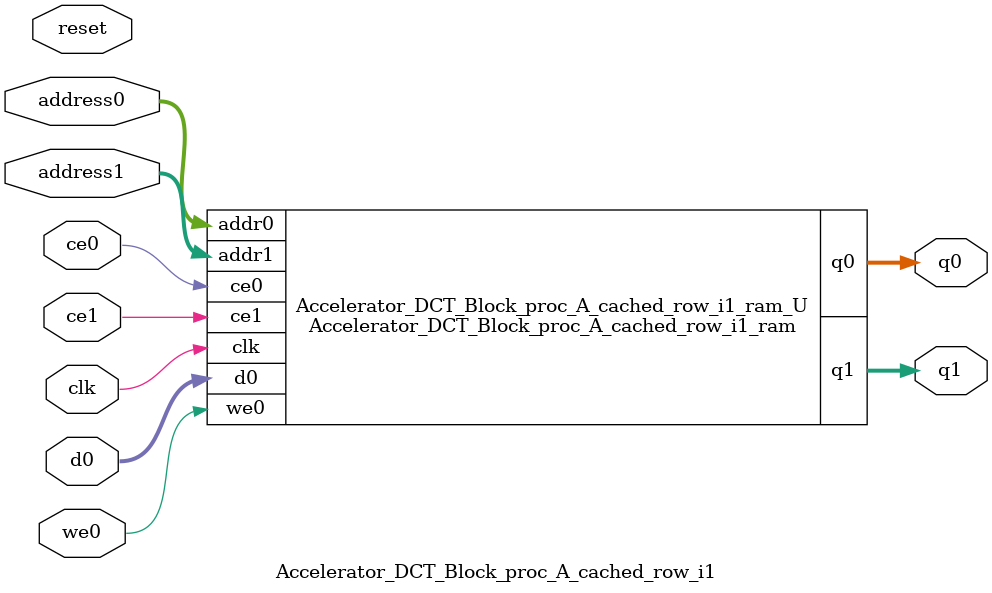
<source format=v>

`timescale 1 ns / 1 ps
module Accelerator_DCT_Block_proc_A_cached_row_i1_ram (addr0, ce0, d0, we0, q0, addr1, ce1, q1,  clk);

parameter DWIDTH = 32;
parameter AWIDTH = 3;
parameter MEM_SIZE = 8;

input[AWIDTH-1:0] addr0;
input ce0;
input[DWIDTH-1:0] d0;
input we0;
output reg[DWIDTH-1:0] q0;
input[AWIDTH-1:0] addr1;
input ce1;
output reg[DWIDTH-1:0] q1;
input clk;

(* ram_style = "distributed" *)reg [DWIDTH-1:0] ram[MEM_SIZE-1:0];




always @(posedge clk)  
begin 
    if (ce0) 
    begin
        if (we0) 
        begin 
            ram[addr0] <= d0; 
            q0 <= d0;
        end 
        else 
            q0 <= ram[addr0];
    end
end


always @(posedge clk)  
begin 
    if (ce1) 
    begin
            q1 <= ram[addr1];
    end
end


endmodule


`timescale 1 ns / 1 ps
module Accelerator_DCT_Block_proc_A_cached_row_i1(
    reset,
    clk,
    address0,
    ce0,
    we0,
    d0,
    q0,
    address1,
    ce1,
    q1);

parameter DataWidth = 32'd32;
parameter AddressRange = 32'd8;
parameter AddressWidth = 32'd3;
input reset;
input clk;
input[AddressWidth - 1:0] address0;
input ce0;
input we0;
input[DataWidth - 1:0] d0;
output[DataWidth - 1:0] q0;
input[AddressWidth - 1:0] address1;
input ce1;
output[DataWidth - 1:0] q1;



Accelerator_DCT_Block_proc_A_cached_row_i1_ram Accelerator_DCT_Block_proc_A_cached_row_i1_ram_U(
    .clk( clk ),
    .addr0( address0 ),
    .ce0( ce0 ),
    .d0( d0 ),
    .we0( we0 ),
    .q0( q0 ),
    .addr1( address1 ),
    .ce1( ce1 ),
    .q1( q1 ));

endmodule


</source>
